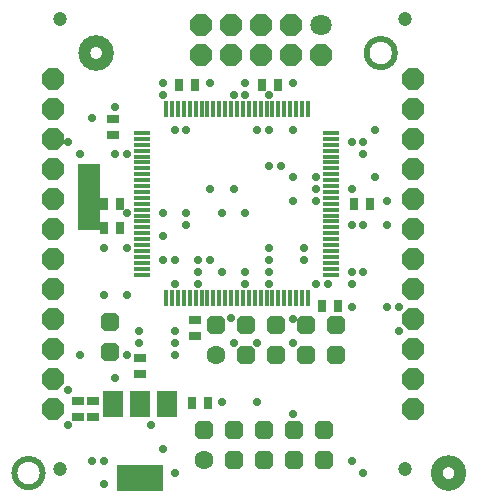
<source format=gbr>
%FSLAX44Y44*%
%MOMM*%
G71*
G01*
G75*
G04 Layer_Color=16711935*
%ADD10R,0.8000X0.6000*%
%ADD11C,0.2000*%
G04:AMPARAMS|DCode=12|XSize=1.4mm|YSize=1.4mm|CornerRadius=0mm|HoleSize=0mm|Usage=FLASHONLY|Rotation=270.000|XOffset=0mm|YOffset=0mm|HoleType=Round|Shape=Octagon|*
%AMOCTAGOND12*
4,1,8,-0.3500,-0.7000,0.3500,-0.7000,0.7000,-0.3500,0.7000,0.3500,0.3500,0.7000,-0.3500,0.7000,-0.7000,0.3500,-0.7000,-0.3500,-0.3500,-0.7000,0.0*
%
%ADD12OCTAGOND12*%

G04:AMPARAMS|DCode=13|XSize=1.4mm|YSize=1.4mm|CornerRadius=0mm|HoleSize=0mm|Usage=FLASHONLY|Rotation=0.000|XOffset=0mm|YOffset=0mm|HoleType=Round|Shape=Octagon|*
%AMOCTAGOND13*
4,1,8,0.7000,-0.3500,0.7000,0.3500,0.3500,0.7000,-0.3500,0.7000,-0.7000,0.3500,-0.7000,-0.3500,-0.3500,-0.7000,0.3500,-0.7000,0.7000,-0.3500,0.0*
%
%ADD13OCTAGOND13*%

%ADD14C,1.4000*%
G04:AMPARAMS|DCode=15|XSize=1.6002mm|YSize=1.6002mm|CornerRadius=0mm|HoleSize=0mm|Usage=FLASHONLY|Rotation=270.000|XOffset=0mm|YOffset=0mm|HoleType=Round|Shape=Octagon|*
%AMOCTAGOND15*
4,1,8,-0.4001,-0.8001,0.4001,-0.8001,0.8001,-0.4001,0.8001,0.4001,0.4001,0.8001,-0.4001,0.8001,-0.8001,0.4001,-0.8001,-0.4001,-0.4001,-0.8001,0.0*
%
%ADD15OCTAGOND15*%

%ADD16C,1.0000*%
G04:AMPARAMS|DCode=17|XSize=1.6002mm|YSize=1.6002mm|CornerRadius=0mm|HoleSize=0mm|Usage=FLASHONLY|Rotation=180.000|XOffset=0mm|YOffset=0mm|HoleType=Round|Shape=Octagon|*
%AMOCTAGOND17*
4,1,8,-0.8001,0.4001,-0.8001,-0.4001,-0.4001,-0.8001,0.4001,-0.8001,0.8001,-0.4001,0.8001,0.4001,0.4001,0.8001,-0.4001,0.8001,-0.8001,0.4001,0.0*
%
%ADD17OCTAGOND17*%

%ADD18C,1.6002*%
%ADD19C,0.5000*%
%ADD20C,1.0160*%
%ADD21C,2.0160*%
%ADD22C,1.9304*%
G04:AMPARAMS|DCode=23|XSize=2.4384mm|YSize=2.4384mm|CornerRadius=0mm|HoleSize=0mm|Usage=FLASHONLY|Rotation=0.000|XOffset=0mm|YOffset=0mm|HoleType=Round|Shape=Relief|Width=0.254mm|Gap=0.254mm|Entries=4|*
%AMTHD23*
7,0,0,2.4384,1.9304,0.2540,45*
%
%ADD23THD23*%
G04:AMPARAMS|DCode=24|XSize=2.524mm|YSize=2.524mm|CornerRadius=0mm|HoleSize=0mm|Usage=FLASHONLY|Rotation=0.000|XOffset=0mm|YOffset=0mm|HoleType=Round|Shape=Relief|Width=0.254mm|Gap=0.254mm|Entries=4|*
%AMTHD24*
7,0,0,2.5240,2.0160,0.2540,45*
%
%ADD24THD24*%
%ADD25C,3.0160*%
%ADD26C,1.9160*%
G04:AMPARAMS|DCode=27|XSize=2.424mm|YSize=2.424mm|CornerRadius=0mm|HoleSize=0mm|Usage=FLASHONLY|Rotation=0.000|XOffset=0mm|YOffset=0mm|HoleType=Round|Shape=Relief|Width=0.254mm|Gap=0.254mm|Entries=4|*
%AMTHD27*
7,0,0,2.4240,1.9160,0.2540,45*
%
%ADD27THD27*%
G04:AMPARAMS|DCode=28|XSize=1.724mm|YSize=1.724mm|CornerRadius=0mm|HoleSize=0mm|Usage=FLASHONLY|Rotation=0.000|XOffset=0mm|YOffset=0mm|HoleType=Round|Shape=Relief|Width=0.254mm|Gap=0.254mm|Entries=4|*
%AMTHD28*
7,0,0,1.7240,1.2160,0.2540,45*
%
%ADD28THD28*%
%ADD29C,1.2160*%
%ADD30R,0.6000X0.8000*%
%ADD31R,1.1998X0.2498*%
%ADD32R,0.2498X1.1998*%
%ADD33R,3.8100X2.0066*%
%ADD34R,1.4986X2.0066*%
%ADD35C,0.1500*%
%ADD36C,0.1270*%
%ADD37C,0.2500*%
%ADD38C,0.0508*%
%ADD39R,1.0000X0.8000*%
G04:AMPARAMS|DCode=40|XSize=1.6mm|YSize=1.6mm|CornerRadius=0mm|HoleSize=0mm|Usage=FLASHONLY|Rotation=270.000|XOffset=0mm|YOffset=0mm|HoleType=Round|Shape=Octagon|*
%AMOCTAGOND40*
4,1,8,-0.4000,-0.8000,0.4000,-0.8000,0.8000,-0.4000,0.8000,0.4000,0.4000,0.8000,-0.4000,0.8000,-0.8000,0.4000,-0.8000,-0.4000,-0.4000,-0.8000,0.0*
%
%ADD40OCTAGOND40*%

G04:AMPARAMS|DCode=41|XSize=1.6mm|YSize=1.6mm|CornerRadius=0mm|HoleSize=0mm|Usage=FLASHONLY|Rotation=0.000|XOffset=0mm|YOffset=0mm|HoleType=Round|Shape=Octagon|*
%AMOCTAGOND41*
4,1,8,0.8000,-0.4000,0.8000,0.4000,0.4000,0.8000,-0.4000,0.8000,-0.8000,0.4000,-0.8000,-0.4000,-0.4000,-0.8000,0.4000,-0.8000,0.8000,-0.4000,0.0*
%
%ADD41OCTAGOND41*%

%ADD42C,1.6000*%
G04:AMPARAMS|DCode=43|XSize=1.8002mm|YSize=1.8002mm|CornerRadius=0mm|HoleSize=0mm|Usage=FLASHONLY|Rotation=270.000|XOffset=0mm|YOffset=0mm|HoleType=Round|Shape=Octagon|*
%AMOCTAGOND43*
4,1,8,-0.4501,-0.9001,0.4501,-0.9001,0.9001,-0.4501,0.9001,0.4501,0.4501,0.9001,-0.4501,0.9001,-0.9001,0.4501,-0.9001,-0.4501,-0.4501,-0.9001,0.0*
%
%ADD43OCTAGOND43*%

%ADD44C,1.2000*%
G04:AMPARAMS|DCode=45|XSize=1.8002mm|YSize=1.8002mm|CornerRadius=0mm|HoleSize=0mm|Usage=FLASHONLY|Rotation=180.000|XOffset=0mm|YOffset=0mm|HoleType=Round|Shape=Octagon|*
%AMOCTAGOND45*
4,1,8,-0.9001,0.4501,-0.9001,-0.4501,-0.4501,-0.9001,0.4501,-0.9001,0.9001,-0.4501,0.9001,0.4501,0.4501,0.9001,-0.4501,0.9001,-0.9001,0.4501,0.0*
%
%ADD45OCTAGOND45*%

%ADD46C,1.8002*%
%ADD47C,0.7000*%
%ADD48C,1.0000*%
%ADD49C,0.5080*%
%ADD50R,0.8000X1.0000*%
%ADD51R,1.3998X0.4498*%
%ADD52R,0.4498X1.3998*%
%ADD53R,4.0100X2.2066*%
%ADD54R,1.6986X2.2066*%
G36*
X52867Y227806D02*
X34325D01*
X34255Y284003D01*
X52797D01*
X52867Y227806D01*
D02*
G37*
D39*
X34290Y69596D02*
D03*
Y83058D02*
D03*
X46990Y69596D02*
D03*
Y83058D02*
D03*
X86360Y119888D02*
D03*
Y106426D02*
D03*
X63500Y308102D02*
D03*
Y321564D02*
D03*
X133350Y137922D02*
D03*
Y151384D02*
D03*
D40*
X60960Y124460D02*
D03*
Y149860D02*
D03*
D41*
X242570Y58420D02*
D03*
Y33020D02*
D03*
X217170Y58420D02*
D03*
Y33020D02*
D03*
X191770Y58420D02*
D03*
Y33020D02*
D03*
X166370Y58420D02*
D03*
Y33020D02*
D03*
X140970Y58420D02*
D03*
X252730Y147320D02*
D03*
Y121920D02*
D03*
X227330Y147320D02*
D03*
Y121920D02*
D03*
X201930Y147320D02*
D03*
Y121920D02*
D03*
X176530Y147320D02*
D03*
Y121920D02*
D03*
X151130Y147320D02*
D03*
D42*
X140970Y33020D02*
D03*
X151130Y121920D02*
D03*
D43*
X317500Y76200D02*
D03*
Y101600D02*
D03*
Y127000D02*
D03*
Y152400D02*
D03*
Y177800D02*
D03*
Y203200D02*
D03*
Y228600D02*
D03*
Y254000D02*
D03*
Y279400D02*
D03*
Y304800D02*
D03*
Y330200D02*
D03*
Y355600D02*
D03*
X12700Y76200D02*
D03*
Y101600D02*
D03*
Y127000D02*
D03*
Y152400D02*
D03*
Y177800D02*
D03*
Y203200D02*
D03*
Y228600D02*
D03*
Y254000D02*
D03*
Y279400D02*
D03*
Y304800D02*
D03*
Y330200D02*
D03*
Y355600D02*
D03*
D44*
X311150Y406400D02*
D03*
X19050D02*
D03*
X310896Y25400D02*
D03*
X19050D02*
D03*
D45*
X138430Y375920D02*
D03*
Y401320D02*
D03*
X163830Y375920D02*
D03*
Y401320D02*
D03*
X189230Y375920D02*
D03*
Y401320D02*
D03*
X214630Y375920D02*
D03*
Y401320D02*
D03*
X240030Y375920D02*
D03*
D46*
Y401320D02*
D03*
D47*
X163830Y153670D02*
D03*
X265958Y192553D02*
D03*
X305958Y162553D02*
D03*
Y142553D02*
D03*
X165959Y262553D02*
D03*
X265958Y182553D02*
D03*
X175959D02*
D03*
X125959Y242553D02*
D03*
X175959Y192553D02*
D03*
X125959Y232553D02*
D03*
X165959Y342553D02*
D03*
X235958Y262553D02*
D03*
X265958D02*
D03*
X195959Y312553D02*
D03*
X105959Y342553D02*
D03*
X215959Y152553D02*
D03*
X135959Y202553D02*
D03*
X75959Y292553D02*
D03*
X185959Y132553D02*
D03*
X265958Y162553D02*
D03*
X45959Y252553D02*
D03*
X85959Y132553D02*
D03*
X155959Y82553D02*
D03*
X45959Y232553D02*
D03*
X55959Y32553D02*
D03*
X25959Y62553D02*
D03*
X175959Y352553D02*
D03*
X105959D02*
D03*
X295958Y252553D02*
D03*
X45959Y32553D02*
D03*
X65959Y292553D02*
D03*
X115959Y122553D02*
D03*
X55959Y12553D02*
D03*
X115959Y22553D02*
D03*
X185959Y312553D02*
D03*
X215959Y132553D02*
D03*
X115959Y142553D02*
D03*
Y202553D02*
D03*
X55959Y212553D02*
D03*
X35959Y122553D02*
D03*
X75959Y172553D02*
D03*
X55959D02*
D03*
X115959Y182553D02*
D03*
X215959Y72553D02*
D03*
X115959Y132553D02*
D03*
X135959Y192553D02*
D03*
X145959Y202553D02*
D03*
X185959Y82553D02*
D03*
X155959Y192553D02*
D03*
X105959Y42553D02*
D03*
Y202553D02*
D03*
X275958Y22553D02*
D03*
X195959Y212553D02*
D03*
X265958Y32553D02*
D03*
X195959Y202553D02*
D03*
Y182553D02*
D03*
X115959Y312553D02*
D03*
X215959Y252553D02*
D03*
X295958Y232553D02*
D03*
X275958D02*
D03*
X235958Y182553D02*
D03*
X225959Y212553D02*
D03*
Y202553D02*
D03*
X275958Y192553D02*
D03*
X295958Y162553D02*
D03*
X85959Y142553D02*
D03*
X175959Y242553D02*
D03*
X65959Y102553D02*
D03*
X155959Y242553D02*
D03*
X145959Y262553D02*
D03*
X205959Y282553D02*
D03*
X285958Y312553D02*
D03*
X45959Y322553D02*
D03*
X275958Y302553D02*
D03*
X285958Y272553D02*
D03*
X35959Y292553D02*
D03*
X275958D02*
D03*
X25959Y302553D02*
D03*
X265958D02*
D03*
X135959Y182553D02*
D03*
X175959Y342553D02*
D03*
X195959D02*
D03*
X235958Y252553D02*
D03*
Y272553D02*
D03*
X125959Y312553D02*
D03*
X105959Y222553D02*
D03*
Y242553D02*
D03*
X195959Y192553D02*
D03*
X95959Y62553D02*
D03*
X65959Y332553D02*
D03*
X75959Y242553D02*
D03*
X145959Y352553D02*
D03*
X215959D02*
D03*
X265958Y232553D02*
D03*
X75959Y212553D02*
D03*
X245958Y182553D02*
D03*
X75959Y122553D02*
D03*
X25959Y92553D02*
D03*
X165959Y132553D02*
D03*
X215959Y272553D02*
D03*
X195959Y282553D02*
D03*
X215959Y312553D02*
D03*
D48*
X59530Y377825D02*
G03*
X59530Y377825I-10000J0D01*
G01*
X357980Y22225D02*
G03*
X357980Y22225I-10000J0D01*
G01*
D49*
X302576Y377825D02*
G03*
X302576Y377825I-12000J0D01*
G01*
X4380Y22225D02*
G03*
X4380Y22225I-12000J0D01*
G01*
D50*
X144018Y81280D02*
D03*
X130556D02*
D03*
X189992Y350520D02*
D03*
X203454D02*
D03*
X281178Y250190D02*
D03*
X267716D02*
D03*
X254508Y163830D02*
D03*
X241046D02*
D03*
X56642Y229870D02*
D03*
X70104D02*
D03*
X120142Y350520D02*
D03*
X133604D02*
D03*
X56642Y250190D02*
D03*
X70104D02*
D03*
D51*
X248851Y310200D02*
D03*
Y305201D02*
D03*
Y300200D02*
D03*
Y295201D02*
D03*
Y290200D02*
D03*
Y285201D02*
D03*
Y280200D02*
D03*
Y275201D02*
D03*
Y270200D02*
D03*
Y265201D02*
D03*
Y260200D02*
D03*
Y255201D02*
D03*
Y250200D02*
D03*
Y245199D02*
D03*
Y240200D02*
D03*
Y235199D02*
D03*
Y230200D02*
D03*
Y225199D02*
D03*
Y220200D02*
D03*
Y215199D02*
D03*
Y210200D02*
D03*
Y205199D02*
D03*
Y200200D02*
D03*
Y195199D02*
D03*
Y190200D02*
D03*
X88849D02*
D03*
Y195199D02*
D03*
Y200200D02*
D03*
Y205199D02*
D03*
Y210200D02*
D03*
Y215199D02*
D03*
Y220200D02*
D03*
Y225199D02*
D03*
Y230200D02*
D03*
Y235199D02*
D03*
Y240200D02*
D03*
Y245199D02*
D03*
Y250200D02*
D03*
Y255201D02*
D03*
Y260200D02*
D03*
Y265201D02*
D03*
Y270200D02*
D03*
Y275201D02*
D03*
Y280200D02*
D03*
Y285201D02*
D03*
Y290200D02*
D03*
Y295201D02*
D03*
Y300200D02*
D03*
Y305201D02*
D03*
Y310200D02*
D03*
D52*
X228850Y170199D02*
D03*
X223851D02*
D03*
X218850D02*
D03*
X213851D02*
D03*
X208850D02*
D03*
X203851D02*
D03*
X198850D02*
D03*
X193851D02*
D03*
X188850D02*
D03*
X183851D02*
D03*
X178850D02*
D03*
X173851D02*
D03*
X168850D02*
D03*
X163849D02*
D03*
X158850D02*
D03*
X153849D02*
D03*
X148850D02*
D03*
X143849D02*
D03*
X138850D02*
D03*
X133849D02*
D03*
X128850D02*
D03*
X123849D02*
D03*
X118850D02*
D03*
X113849D02*
D03*
X108850D02*
D03*
Y330201D02*
D03*
X113849D02*
D03*
X118850D02*
D03*
X123849D02*
D03*
X128850D02*
D03*
X133849D02*
D03*
X138850D02*
D03*
X143849D02*
D03*
X148850D02*
D03*
X153849D02*
D03*
X158850D02*
D03*
X163849D02*
D03*
X168850D02*
D03*
X173851D02*
D03*
X178850D02*
D03*
X183851D02*
D03*
X188850D02*
D03*
X193851D02*
D03*
X198850D02*
D03*
X203851D02*
D03*
X208850D02*
D03*
X213851D02*
D03*
X218850D02*
D03*
X223851D02*
D03*
X228850D02*
D03*
D53*
X86360Y18034D02*
D03*
D54*
X109474Y81026D02*
D03*
X86614D02*
D03*
X63754D02*
D03*
M02*

</source>
